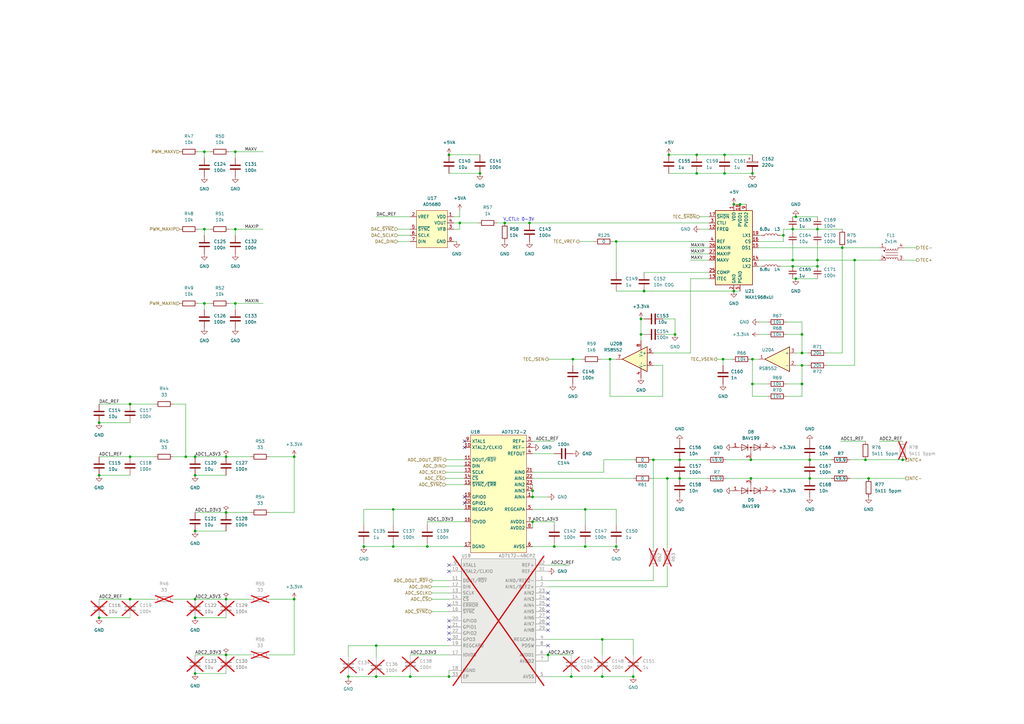
<source format=kicad_sch>
(kicad_sch (version 20230121) (generator eeschema)
  (paper "A3")
  (title_block (title "thermostat") (date "2023-11-09") (rev "r0_3") (company "M-Labs Limited") (comment 1 "Linus Woo Chun Kit"))
  (junction (at 300.99 119.38))
  (junction (at 267.97 188.595))
  (junction (at 252.73 99.06))
  (junction (at 350.52 106.68))
  (junction (at 297.18 63.5))
  (junction (at 274.32 63.5))
  (junction (at 300.99 83.82))
  (junction (at 188.595 91.44))
  (junction (at 252.73 224.155))
  (junction (at 96.52 62.23))
  (junction (at 53.34 245.745))
  (junction (at 161.29 208.915))
  (junction (at 92.71 268.605))
  (junction (at 325.12 106.68))
  (junction (at 234.95 147.32))
  (junction (at 83.82 62.23))
  (junction (at 40.64 173.355))
  (junction (at 80.01 217.805))
  (junction (at 120.65 187.325))
  (junction (at 40.64 253.365))
  (junction (at 120.65 245.745))
  (junction (at 218.44 213.995))
  (junction (at 154.305 277.495))
  (junction (at 328.93 149.86))
  (junction (at 354.965 188.595))
  (junction (at 296.545 147.32))
  (junction (at 218.44 203.835))
  (junction (at 184.15 277.495))
  (junction (at 161.29 224.155))
  (junction (at 234.315 277.495))
  (junction (at 308.61 71.12))
  (junction (at 247.015 262.255))
  (junction (at 92.71 210.185))
  (junction (at 325.12 93.98))
  (junction (at 80.01 276.225))
  (junction (at 217.17 91.44))
  (junction (at 262.89 137.16))
  (junction (at 285.75 71.12))
  (junction (at 308.61 157.48))
  (junction (at 259.715 277.495))
  (junction (at 326.39 114.3))
  (junction (at 250.19 147.32))
  (junction (at 92.71 245.745))
  (junction (at 83.82 93.98))
  (junction (at 80.01 187.325))
  (junction (at 83.82 124.46))
  (junction (at 175.26 224.155))
  (junction (at 278.765 188.595))
  (junction (at 80.01 194.945))
  (junction (at 321.31 96.52))
  (junction (at 92.71 187.325))
  (junction (at 53.34 187.325))
  (junction (at 218.44 201.295))
  (junction (at 168.275 277.495))
  (junction (at 80.01 253.365))
  (junction (at 184.15 63.5))
  (junction (at 240.03 224.155))
  (junction (at 335.28 109.22))
  (junction (at 345.44 101.6))
  (junction (at 273.685 196.215))
  (junction (at 278.765 196.215))
  (junction (at 328.93 137.16))
  (junction (at 96.52 93.98))
  (junction (at 227.33 224.155))
  (junction (at 154.305 264.795))
  (junction (at 207.01 91.44))
  (junction (at 96.52 124.46))
  (junction (at 303.53 83.82))
  (junction (at 40.64 194.945))
  (junction (at 332.105 188.595))
  (junction (at 328.93 157.48))
  (junction (at 307.975 188.595))
  (junction (at 325.12 109.22))
  (junction (at 196.85 71.12))
  (junction (at 356.235 196.215))
  (junction (at 262.89 130.81))
  (junction (at 240.03 208.915))
  (junction (at 307.975 196.215))
  (junction (at 328.93 144.78))
  (junction (at 370.205 188.595))
  (junction (at 149.225 224.155))
  (junction (at 264.16 119.38))
  (junction (at 76.2 187.325))
  (junction (at 80.01 245.745))
  (junction (at 335.28 93.98))
  (junction (at 276.86 137.16))
  (junction (at 142.875 277.495))
  (junction (at 308.61 147.32))
  (junction (at 285.75 63.5))
  (junction (at 297.18 71.12))
  (junction (at 335.28 106.68))
  (junction (at 332.105 196.215))
  (junction (at 224.79 268.605))
  (junction (at 53.34 165.735))
  (junction (at 326.39 88.9))
  (junction (at 247.015 277.495))
  (no_connect (at 190.5 180.975))
  (no_connect (at 184.15 248.285))
  (no_connect (at 190.5 183.515))
  (no_connect (at 190.5 203.835))
  (no_connect (at 190.5 206.375))
  (no_connect (at 224.79 243.205))
  (no_connect (at 224.79 250.825))
  (no_connect (at 184.15 234.315))
  (no_connect (at 184.15 231.775))
  (no_connect (at 224.79 264.795))
  (no_connect (at 184.15 262.255))
  (no_connect (at 224.79 255.905))
  (no_connect (at 184.15 257.175))
  (no_connect (at 184.15 259.715))
  (no_connect (at 224.79 248.285))
  (no_connect (at 224.79 253.365))
  (no_connect (at 184.15 254.635))
  (no_connect (at 224.79 258.445))
  (no_connect (at 224.79 245.745))
  (wire (pts (xy 320.04 96.52) (xy 321.31 96.52)))
  (wire (pts (xy 80.01 276.225) (xy 92.71 276.225)))
  (wire (pts (xy 274.32 63.5) (xy 285.75 63.5)))
  (wire (pts (xy 328.93 144.78) (xy 331.47 144.78)))
  (wire (pts (xy 218.44 201.295) (xy 218.44 203.835)))
  (wire (pts (xy 218.44 213.995) (xy 227.33 213.995)))
  (wire (pts (xy 224.79 147.32) (xy 234.95 147.32)))
  (wire (pts (xy 207.01 91.44) (xy 217.17 91.44)))
  (wire (pts (xy 40.64 245.745) (xy 53.34 245.745)))
  (wire (pts (xy 308.61 147.32) (xy 311.15 147.32)))
  (wire (pts (xy 40.64 194.945) (xy 53.34 194.945)))
  (wire (pts (xy 252.73 111.76) (xy 252.73 99.06)))
  (wire (pts (xy 142.875 277.495) (xy 142.875 278.13)))
  (wire (pts (xy 182.88 198.755) (xy 190.5 198.755)))
  (wire (pts (xy 40.64 165.735) (xy 53.34 165.735)))
  (wire (pts (xy 328.93 149.86) (xy 331.47 149.86)))
  (wire (pts (xy 92.71 268.605) (xy 102.87 268.605)))
  (wire (pts (xy 182.88 191.135) (xy 190.5 191.135)))
  (wire (pts (xy 175.26 213.995) (xy 190.5 213.995)))
  (wire (pts (xy 252.73 119.38) (xy 264.16 119.38)))
  (wire (pts (xy 224.79 268.605) (xy 224.79 271.145)))
  (wire (pts (xy 53.34 245.745) (xy 63.5 245.745)))
  (wire (pts (xy 252.73 208.915) (xy 252.73 215.265)))
  (wire (pts (xy 278.765 196.215) (xy 290.195 196.215)))
  (wire (pts (xy 149.225 215.265) (xy 149.225 208.915)))
  (wire (pts (xy 110.49 187.325) (xy 120.65 187.325)))
  (wire (pts (xy 92.71 210.185) (xy 102.87 210.185)))
  (wire (pts (xy 311.15 132.08) (xy 314.96 132.08)))
  (wire (pts (xy 278.765 188.595) (xy 290.195 188.595)))
  (wire (pts (xy 186.055 93.98) (xy 188.595 93.98)))
  (wire (pts (xy 325.12 106.68) (xy 335.28 106.68)))
  (wire (pts (xy 297.18 63.5) (xy 308.61 63.5)))
  (wire (pts (xy 250.19 147.32) (xy 252.73 147.32)))
  (wire (pts (xy 285.75 71.12) (xy 297.18 71.12)))
  (wire (pts (xy 296.545 147.32) (xy 300.355 147.32)))
  (wire (pts (xy 332.105 188.595) (xy 340.995 188.595)))
  (wire (pts (xy 264.16 119.38) (xy 300.99 119.38)))
  (wire (pts (xy 163.195 99.06) (xy 168.275 99.06)))
  (wire (pts (xy 322.58 157.48) (xy 328.93 157.48)))
  (wire (pts (xy 177.165 245.745) (xy 184.15 245.745)))
  (wire (pts (xy 80.01 253.365) (xy 92.71 253.365)))
  (wire (pts (xy 71.12 245.745) (xy 80.01 245.745)))
  (wire (pts (xy 227.33 213.995) (xy 227.33 215.265)))
  (wire (pts (xy 83.82 93.98) (xy 86.36 93.98)))
  (wire (pts (xy 339.09 144.78) (xy 345.44 144.78)))
  (wire (pts (xy 271.78 162.56) (xy 271.78 149.86)))
  (wire (pts (xy 184.15 63.5) (xy 196.85 63.5)))
  (wire (pts (xy 218.44 208.915) (xy 240.03 208.915)))
  (wire (pts (xy 218.44 213.995) (xy 218.44 216.535)))
  (wire (pts (xy 149.225 208.915) (xy 161.29 208.915)))
  (wire (pts (xy 149.225 224.155) (xy 161.29 224.155)))
  (wire (pts (xy 247.015 277.495) (xy 259.715 277.495)))
  (wire (pts (xy 321.31 93.98) (xy 325.12 93.98)))
  (wire (pts (xy 350.52 106.68) (xy 350.52 149.86)))
  (wire (pts (xy 186.055 99.06) (xy 187.325 99.06)))
  (wire (pts (xy 142.875 277.495) (xy 154.305 277.495)))
  (wire (pts (xy 96.52 124.46) (xy 96.52 127)))
  (wire (pts (xy 154.305 264.795) (xy 154.305 269.875)))
  (wire (pts (xy 325.12 109.22) (xy 335.28 109.22)))
  (wire (pts (xy 287.02 88.9) (xy 290.83 88.9)))
  (wire (pts (xy 283.21 101.6) (xy 290.83 101.6)))
  (wire (pts (xy 163.195 96.52) (xy 168.275 96.52)))
  (wire (pts (xy 271.78 149.86) (xy 267.97 149.86)))
  (wire (pts (xy 182.88 188.595) (xy 190.5 188.595)))
  (wire (pts (xy 262.89 137.16) (xy 262.89 139.7)))
  (wire (pts (xy 345.44 101.6) (xy 345.44 144.78)))
  (wire (pts (xy 326.39 144.78) (xy 328.93 144.78)))
  (wire (pts (xy 283.21 144.78) (xy 267.97 144.78)))
  (wire (pts (xy 247.65 193.675) (xy 247.65 188.595)))
  (wire (pts (xy 184.15 71.12) (xy 196.85 71.12)))
  (wire (pts (xy 311.15 101.6) (xy 345.44 101.6)))
  (wire (pts (xy 234.95 149.86) (xy 234.95 147.32)))
  (wire (pts (xy 96.52 124.46) (xy 107.95 124.46)))
  (wire (pts (xy 240.03 208.915) (xy 252.73 208.915)))
  (wire (pts (xy 234.315 276.225) (xy 234.315 277.495)))
  (wire (pts (xy 267.97 232.41) (xy 267.97 238.125)))
  (wire (pts (xy 335.28 106.68) (xy 350.52 106.68)))
  (wire (pts (xy 182.88 193.675) (xy 190.5 193.675)))
  (wire (pts (xy 325.12 95.25) (xy 325.12 93.98)))
  (wire (pts (xy 154.305 264.795) (xy 184.15 264.795)))
  (wire (pts (xy 348.615 196.215) (xy 356.235 196.215)))
  (wire (pts (xy 120.65 268.605) (xy 120.65 245.745)))
  (wire (pts (xy 186.055 88.9) (xy 188.595 88.9)))
  (wire (pts (xy 335.28 100.33) (xy 335.28 106.68)))
  (wire (pts (xy 224.79 277.495) (xy 234.315 277.495)))
  (wire (pts (xy 93.98 93.98) (xy 96.52 93.98)))
  (wire (pts (xy 264.16 130.81) (xy 262.89 130.81)))
  (wire (pts (xy 325.12 88.9) (xy 326.39 88.9)))
  (wire (pts (xy 250.19 162.56) (xy 271.78 162.56)))
  (wire (pts (xy 322.58 132.08) (xy 328.93 132.08)))
  (wire (pts (xy 273.685 232.41) (xy 273.685 240.665)))
  (wire (pts (xy 83.82 62.23) (xy 83.82 64.77)))
  (wire (pts (xy 161.29 222.885) (xy 161.29 224.155)))
  (wire (pts (xy 80.01 217.805) (xy 92.71 217.805)))
  (wire (pts (xy 307.975 196.215) (xy 332.105 196.215)))
  (wire (pts (xy 264.16 111.76) (xy 290.83 111.76)))
  (wire (pts (xy 247.015 262.255) (xy 259.715 262.255)))
  (wire (pts (xy 154.305 88.9) (xy 168.275 88.9)))
  (wire (pts (xy 246.38 147.32) (xy 250.19 147.32)))
  (wire (pts (xy 247.015 276.225) (xy 247.015 277.495)))
  (wire (pts (xy 267.97 188.595) (xy 267.97 224.79)))
  (wire (pts (xy 53.34 187.325) (xy 63.5 187.325)))
  (wire (pts (xy 240.03 222.885) (xy 240.03 224.155)))
  (wire (pts (xy 110.49 268.605) (xy 120.65 268.605)))
  (wire (pts (xy 177.165 240.665) (xy 184.15 240.665)))
  (wire (pts (xy 370.84 101.6) (xy 375.92 101.6)))
  (wire (pts (xy 188.595 88.9) (xy 188.595 86.36)))
  (wire (pts (xy 311.15 106.68) (xy 325.12 106.68)))
  (wire (pts (xy 325.12 100.33) (xy 325.12 106.68)))
  (wire (pts (xy 234.95 147.32) (xy 238.76 147.32)))
  (wire (pts (xy 40.64 187.325) (xy 53.34 187.325)))
  (wire (pts (xy 177.165 250.825) (xy 184.15 250.825)))
  (wire (pts (xy 247.65 188.595) (xy 259.715 188.595)))
  (wire (pts (xy 83.82 124.46) (xy 83.82 127)))
  (wire (pts (xy 328.93 137.16) (xy 328.93 144.78)))
  (wire (pts (xy 175.26 224.155) (xy 190.5 224.155)))
  (wire (pts (xy 168.275 268.605) (xy 184.15 268.605)))
  (wire (pts (xy 177.165 243.205) (xy 184.15 243.205)))
  (wire (pts (xy 92.71 187.325) (xy 102.87 187.325)))
  (wire (pts (xy 218.44 186.055) (xy 227.33 186.055)))
  (wire (pts (xy 110.49 245.745) (xy 120.65 245.745)))
  (wire (pts (xy 247.015 262.255) (xy 247.015 268.605)))
  (wire (pts (xy 92.71 245.745) (xy 102.87 245.745)))
  (wire (pts (xy 360.68 180.975) (xy 370.205 180.975)))
  (wire (pts (xy 311.15 99.06) (xy 321.31 99.06)))
  (wire (pts (xy 267.97 188.595) (xy 278.765 188.595)))
  (wire (pts (xy 297.815 196.215) (xy 307.975 196.215)))
  (wire (pts (xy 142.875 264.795) (xy 142.875 269.24)))
  (wire (pts (xy 80.01 268.605) (xy 92.71 268.605)))
  (wire (pts (xy 96.52 93.98) (xy 96.52 96.52)))
  (wire (pts (xy 311.15 137.16) (xy 314.96 137.16)))
  (wire (pts (xy 326.39 149.86) (xy 328.93 149.86)))
  (wire (pts (xy 308.61 157.48) (xy 308.61 162.56)))
  (wire (pts (xy 53.34 165.735) (xy 63.5 165.735)))
  (wire (pts (xy 370.205 188.595) (xy 371.475 188.595)))
  (wire (pts (xy 71.12 165.735) (xy 76.2 165.735)))
  (wire (pts (xy 326.39 114.3) (xy 335.28 114.3)))
  (wire (pts (xy 325.12 114.3) (xy 326.39 114.3)))
  (wire (pts (xy 76.2 165.735) (xy 76.2 187.325)))
  (wire (pts (xy 218.44 203.835) (xy 224.79 203.835)))
  (wire (pts (xy 273.685 240.665) (xy 224.79 240.665)))
  (wire (pts (xy 154.305 277.495) (xy 168.275 277.495)))
  (wire (pts (xy 247.65 193.675) (xy 218.44 193.675)))
  (wire (pts (xy 252.73 222.885) (xy 252.73 224.155)))
  (wire (pts (xy 186.055 91.44) (xy 188.595 91.44)))
  (wire (pts (xy 328.93 162.56) (xy 328.93 157.48)))
  (wire (pts (xy 110.49 210.185) (xy 120.65 210.185)))
  (wire (pts (xy 83.82 93.98) (xy 83.82 96.52)))
  (wire (pts (xy 93.98 62.23) (xy 96.52 62.23)))
  (wire (pts (xy 217.17 91.44) (xy 290.83 91.44)))
  (wire (pts (xy 287.02 93.98) (xy 290.83 93.98)))
  (wire (pts (xy 322.58 137.16) (xy 328.93 137.16)))
  (wire (pts (xy 80.01 194.945) (xy 92.71 194.945)))
  (wire (pts (xy 177.165 238.125) (xy 184.15 238.125)))
  (wire (pts (xy 184.15 274.955) (xy 184.15 277.495)))
  (wire (pts (xy 276.86 130.81) (xy 276.86 137.16)))
  (wire (pts (xy 188.595 93.98) (xy 188.595 91.44)))
  (wire (pts (xy 218.44 180.975) (xy 227.33 180.975)))
  (wire (pts (xy 322.58 162.56) (xy 328.93 162.56)))
  (wire (pts (xy 328.93 132.08) (xy 328.93 137.16)))
  (wire (pts (xy 40.64 173.355) (xy 53.34 173.355)))
  (wire (pts (xy 163.195 93.98) (xy 168.275 93.98)))
  (wire (pts (xy 81.28 93.98) (xy 83.82 93.98)))
  (wire (pts (xy 80.01 187.325) (xy 92.71 187.325)))
  (wire (pts (xy 273.685 196.215) (xy 273.685 224.79)))
  (wire (pts (xy 273.685 196.215) (xy 278.765 196.215)))
  (wire (pts (xy 335.28 95.25) (xy 335.28 93.98)))
  (wire (pts (xy 96.52 62.23) (xy 107.95 62.23)))
  (wire (pts (xy 321.31 99.06) (xy 321.31 96.52)))
  (wire (pts (xy 175.26 222.885) (xy 175.26 224.155)))
  (wire (pts (xy 218.44 198.755) (xy 218.44 201.295)))
  (wire (pts (xy 76.2 187.325) (xy 80.01 187.325)))
  (wire (pts (xy 344.805 180.975) (xy 354.965 180.975)))
  (wire (pts (xy 120.65 210.185) (xy 120.65 187.325)))
  (wire (pts (xy 224.79 268.605) (xy 234.315 268.605)))
  (wire (pts (xy 224.79 262.255) (xy 247.015 262.255)))
  (wire (pts (xy 218.44 196.215) (xy 259.715 196.215)))
  (wire (pts (xy 271.78 137.16) (xy 276.86 137.16)))
  (wire (pts (xy 311.15 96.52) (xy 312.42 96.52)))
  (wire (pts (xy 283.21 114.3) (xy 290.83 114.3)))
  (wire (pts (xy 348.615 188.595) (xy 354.965 188.595)))
  (wire (pts (xy 96.52 93.98) (xy 107.95 93.98)))
  (wire (pts (xy 81.28 62.23) (xy 83.82 62.23)))
  (wire (pts (xy 240.03 208.915) (xy 240.03 215.265)))
  (wire (pts (xy 264.16 137.16) (xy 262.89 137.16)))
  (wire (pts (xy 321.31 96.52) (xy 321.31 93.98)))
  (wire (pts (xy 335.28 106.68) (xy 335.28 109.22)))
  (wire (pts (xy 203.835 91.44) (xy 207.01 91.44)))
  (wire (pts (xy 251.46 99.06) (xy 252.73 99.06)))
  (wire (pts (xy 332.105 196.215) (xy 340.995 196.215)))
  (wire (pts (xy 335.28 93.98) (xy 345.44 93.98)))
  (wire (pts (xy 274.32 71.12) (xy 285.75 71.12)))
  (wire (pts (xy 267.335 188.595) (xy 267.97 188.595)))
  (wire (pts (xy 262.89 130.81) (xy 262.89 137.16)))
  (wire (pts (xy 168.275 277.495) (xy 184.15 277.495)))
  (wire (pts (xy 250.19 147.32) (xy 250.19 162.56)))
  (wire (pts (xy 356.235 196.215) (xy 371.475 196.215)))
  (wire (pts (xy 285.75 63.5) (xy 297.18 63.5)))
  (wire (pts (xy 182.88 196.215) (xy 190.5 196.215)))
  (wire (pts (xy 307.975 188.595) (xy 332.105 188.595)))
  (wire (pts (xy 168.275 277.495) (xy 168.275 276.225)))
  (wire (pts (xy 81.28 124.46) (xy 83.82 124.46)))
  (wire (pts (xy 300.99 83.82) (xy 303.53 83.82)))
  (wire (pts (xy 83.82 124.46) (xy 86.36 124.46)))
  (wire (pts (xy 350.52 106.68) (xy 360.68 106.68)))
  (wire (pts (xy 297.815 188.595) (xy 307.975 188.595)))
  (wire (pts (xy 283.21 114.3) (xy 283.21 144.78)))
  (wire (pts (xy 80.01 210.185) (xy 92.71 210.185)))
  (wire (pts (xy 294.005 147.32) (xy 296.545 147.32)))
  (wire (pts (xy 96.52 62.23) (xy 96.52 64.77)))
  (wire (pts (xy 345.44 101.6) (xy 360.68 101.6)))
  (wire (pts (xy 370.84 106.68) (xy 375.92 106.68)))
  (wire (pts (xy 252.73 99.06) (xy 290.83 99.06)))
  (wire (pts (xy 328.93 157.48) (xy 328.93 149.86)))
  (wire (pts (xy 314.96 157.48) (xy 308.61 157.48)))
  (wire (pts (xy 93.98 124.46) (xy 96.52 124.46)))
  (wire (pts (xy 259.715 276.225) (xy 259.715 277.495)))
  (wire (pts (xy 267.97 238.125) (xy 224.79 238.125)))
  (wire (pts (xy 227.33 222.885) (xy 227.33 224.155)))
  (wire (pts (xy 80.01 245.745) (xy 92.71 245.745)))
  (wire (pts (xy 218.44 224.155) (xy 227.33 224.155)))
  (wire (pts (xy 300.99 119.38) (xy 303.53 119.38)))
  (wire (pts (xy 307.975 147.32) (xy 308.61 147.32)))
  (wire (pts (xy 71.12 187.325) (xy 76.2 187.325)))
  (wire (pts (xy 296.545 149.86) (xy 296.545 147.32)))
  (wire (pts (xy 161.29 224.155) (xy 175.26 224.155)))
  (wire (pts (xy 308.61 157.48) (xy 308.61 147.32)))
  (wire (pts (xy 303.53 83.82) (xy 306.07 83.82)))
  (wire (pts (xy 271.78 130.81) (xy 276.86 130.81)))
  (wire (pts (xy 224.79 231.775) (xy 233.68 231.775)))
  (wire (pts (xy 188.595 91.44) (xy 196.215 91.44)))
  (wire (pts (xy 308.61 162.56) (xy 314.96 162.56)))
  (wire (pts (xy 83.82 62.23) (xy 86.36 62.23)))
  (wire (pts (xy 354.965 188.595) (xy 370.205 188.595)))
  (wire (pts (xy 161.29 208.915) (xy 161.29 215.265)))
  (wire (pts (xy 326.39 88.9) (xy 335.28 88.9)))
  (wire (pts (xy 234.315 277.495) (xy 247.015 277.495)))
  (wire (pts (xy 40.64 253.365) (xy 53.34 253.365)))
  (wire (pts (xy 311.15 109.22) (xy 312.42 109.22)))
  (wire (pts (xy 227.33 224.155) (xy 240.03 224.155)))
  (wire (pts (xy 320.04 109.22) (xy 325.12 109.22)))
  (wire (pts (xy 339.09 149.86) (xy 350.52 149.86)))
  (wire (pts (xy 237.49 99.06) (xy 243.84 99.06)))
  (wire (pts (xy 297.18 71.12) (xy 308.61 71.12)))
  (wire (pts (xy 267.335 196.215) (xy 273.685 196.215)))
  (wire (pts (xy 161.29 208.915) (xy 190.5 208.915)))
  (wire (pts (xy 283.21 104.14) (xy 290.83 104.14)))
  (wire (pts (xy 283.21 106.68) (xy 290.83 106.68)))
  (wire (pts (xy 240.03 224.155) (xy 252.73 224.155)))
  (wire (pts (xy 142.875 276.86) (xy 142.875 277.495)))
  (wire (pts (xy 149.225 222.885) (xy 149.225 224.155)))
  (wire (pts (xy 154.305 264.795) (xy 142.875 264.795)))
  (wire (pts (xy 259.715 262.255) (xy 259.715 268.605)))
  (wire (pts (xy 325.12 93.98) (xy 335.28 93.98)))
  (wire (pts (xy 175.26 213.995) (xy 175.26 215.265)))
  (text "V_CTLI: 0-3V" (at 206.375 90.805 0) (effects (font (size 1.27 1.27)) (justify left bottom)))
  (label "DAC_REF" (at 154.305 88.9 0))
  (label "ADC1_D3V3" (at 175.26 213.995 0))
  (label "MAXV" (at 100.33 62.23 0))
  (label "MAXIN" (at 100.33 124.46 0))
  (label "ADC2_D3V3" (at 80.01 268.605 0))
  (label "ADC2_REF" (at 40.64 245.745 0))
  (label "ADC1_REF" (at 40.64 187.325 0))
  (label "ADC2_A3V3" (at 80.01 245.745 0))
  (label "MAXIN" (at 283.21 101.6 0))
  (label "ADC1_A3V3" (at 80.01 187.325 0))
  (label "MAXV" (at 283.21 106.68 0))
  (label "DAC_REF" (at 40.64 165.735 0))
  (label "MAXIP" (at 100.33 93.98 0))
  (label "ADC1_REF" (at 344.805 180.975 0))
  (label "ADC1_D3V3" (at 80.01 210.185 0))
  (label "ADC1_REF" (at 219.71 180.975 0))
  (label "ADC1_A3V3" (at 218.44 213.995 0))
  (label "ADC2_A3V3" (at 224.79 268.605 0))
  (label "MAXIP" (at 283.21 104.14 0))
  (label "ADC2_REF" (at 360.68 180.975 0))
  (label "ADC2_D3V3" (at 168.275 268.605 0))
  (label "ADC2_REF" (at 226.06 231.775 0))
  (hierarchical_label "ADC_DOUT_~{RDY}" (shape output) (at 182.88 188.595 180))
  (hierarchical_label "TEC+" (shape output) (at 375.92 106.68 0))
  (hierarchical_label "PWM_MAXIP" (shape input) (at 73.66 93.98 180))
  (hierarchical_label "DAC_DIN" (shape input) (at 163.195 99.06 180))
  (hierarchical_label "TEC_VREF" (shape output) (at 237.49 99.06 180))
  (hierarchical_label "PWM_MAXIN" (shape input) (at 73.66 124.46 180))
  (hierarchical_label "ADC_~{SYNC}" (shape input) (at 177.165 250.825 180))
  (hierarchical_label "TEC_~{SHDN}" (shape input) (at 287.02 88.9 180))
  (hierarchical_label "DAC_SCLK" (shape input) (at 163.195 96.52 180))
  (hierarchical_label "ADC_~{CS}" (shape input) (at 177.165 245.745 180))
  (hierarchical_label "TEC_ISEN" (shape output) (at 224.79 147.32 180))
  (hierarchical_label "ADC_~{CS}" (shape input) (at 182.88 196.215 180))
  (hierarchical_label "NTC-" (shape passive) (at 371.475 196.215 0))
  (hierarchical_label "ADC_DIN" (shape input) (at 182.88 191.135 180))
  (hierarchical_label "NTC+" (shape passive) (at 371.475 188.595 0))
  (hierarchical_label "TEC-" (shape output) (at 375.92 101.6 0))
  (hierarchical_label "PWM_MAXV" (shape input) (at 73.66 62.23 180))
  (hierarchical_label "ADC_SCLK" (shape input) (at 182.88 193.675 180))
  (hierarchical_label "ADC_DIN" (shape input) (at 177.165 240.665 180))
  (hierarchical_label "TEC_VSEN" (shape output) (at 294.005 147.32 180))
  (hierarchical_label "ADC_~{SYNC}" (shape input) (at 182.88 198.755 180))
  (hierarchical_label "ADC_DOUT_~{RDY}" (shape output) (at 177.165 238.125 180))
  (hierarchical_label "DAC_~{SYNC}" (shape input) (at 163.195 93.98 180))
  (hierarchical_label "ADC_SCLK" (shape input) (at 177.165 243.205 180))
  (symbol (lib_id "power:GND") (at 80.01 276.225 0) (unit 1)
    (property "Reference" "#PWR0105" (effects hide))
    (property "Value" "GND" (at 80.01 281.305 0))
  )
  (symbol (lib_id "power:GND") (at 80.01 194.945 0) (unit 1)
    (property "Reference" "#PWR0102" (effects hide))
    (property "Value" "GND" (at 80.01 200.025 0))
  )
  (symbol (lib_id "Device:R") (at 273.685 228.6 180) (unit 1) (dnp yes)
    (property "Reference" "R63" (at 276.225 228.6 90))
    (property "Value" "0" (at 273.685 228.6 90))
    (property "Footprint" "Resistor_SMD:R_0603_1608Metric" (effects hide))
    (property "MFR_PN" "RMCF0603ZT0R00" (effects hide))
    (property "MFR_PN_ALT" "CR0603-J/-000ELF" (effects hide))
  )
  (symbol (lib_id "Device:C") (at 240.03 219.075 0) (unit 1)
    (property "Reference" "C147" (at 243.84 217.8049 0) (effects (justify left)))
    (property "Value" "100n" (at 243.84 220.3449 0) (effects (justify left)))
    (property "Footprint" "Capacitor_SMD:C_0603_1608Metric" (effects hide))
    (property "MFR_PN" "CL10B104KB8NNWC" (effects hide))
    (property "MFR_PN_ALT" "CL10B104KB8NNNL" (effects hide))
  )
  (symbol (lib_id "Device:C") (at 175.26 219.075 0) (unit 1)
    (property "Reference" "C139" (at 179.07 217.8049 0) (effects (justify left)))
    (property "Value" "100n" (at 179.07 220.3449 0) (effects (justify left)))
    (property "Footprint" "Capacitor_SMD:C_0603_1608Metric" (effects hide))
    (property "MFR_PN" "CL10B104KB8NNWC" (effects hide))
    (property "MFR_PN_ALT" "CL10B104KB8NNNL" (effects hide))
  )
  (symbol (lib_id "kirdy:AD5680") (at 177.165 101.6 0) (unit 1)
    (property "Reference" "U17" (at 177.165 81.28 0))
    (property "Value" "AD5680" (at 177.165 83.82 0))
    (property "Footprint" "Package_TO_SOT_SMD:SOT-23-8" (effects hide))
    (property "Datasheet" "https://www.analog.com/media/en/technical-documentation/data-sheets/ad5680.pdf" (effects hide))
    (property "MFR_PN" "AD5680BRJZ" (effects hide))
  )
  (symbol (lib_id "Device:C") (at 53.34 249.555 0) (unit 1) (dnp yes)
    (property "Reference" "C119" (at 57.15 248.2849 0) (effects (justify left)))
    (property "Value" "100n" (at 57.15 250.8249 0) (effects (justify left)))
    (property "Footprint" "Capacitor_SMD:C_0603_1608Metric" (effects hide))
    (property "MFR_PN" "CL10B104KB8NNWC" (effects hide))
    (property "MFR_PN_ALT" "CL10B104KB8NNNL" (effects hide))
  )
  (symbol (lib_id "power:GND") (at 40.64 194.945 0) (unit 1)
    (property "Reference" "#PWR0100" (effects hide))
    (property "Value" "GND" (at 40.64 200.025 0))
  )
  (symbol (lib_id "power:GND") (at 187.325 99.06 0) (unit 1)
    (property "Reference" "#PWR0118" (effects hide))
    (property "Value" "GND" (at 187.325 104.14 0))
  )
  (symbol (lib_id "Device:C") (at 80.01 213.995 0) (unit 1)
    (property "Reference" "C121" (at 83.82 212.7249 0) (effects (justify left)))
    (property "Value" "10u" (at 83.82 215.2649 0) (effects (justify left)))
    (property "Footprint" "Capacitor_SMD:C_0805_2012Metric" (effects hide))
    (property "MFR_PN" "CL21B106KOQNNNG" (effects hide))
    (property "MFR_PN_ALT" "CL21B106KOQNNNE" (effects hide))
  )
  (symbol (lib_id "Device:R") (at 345.44 97.79 180) (unit 1)
    (property "Reference" "R75" (at 349.25 96.52 0))
    (property "Value" "50m" (at 349.25 99.06 0))
    (property "Footprint" "Resistor_SMD:R_2010_5025Metric" (effects hide))
    (property "MFR_PN" "CRM2010-FX-R050ELF" (effects hide))
    (property "MFR_PN_ALT" "WSL2010R0500FEA18" (effects hide))
  )
  (symbol (lib_id "Device:C") (at 154.305 273.685 0) (unit 1) (dnp yes)
    (property "Reference" "C136" (at 158.115 272.4149 0) (effects (justify left)))
    (property "Value" "100n" (at 158.115 274.9549 0) (effects (justify left)))
    (property "Footprint" "Capacitor_SMD:C_0603_1608Metric" (effects hide))
    (property "MFR_PN" "CL10B104KB8NNWC" (effects hide))
    (property "MFR_PN_ALT" "CL10B104KB8NNNL" (effects hide))
  )
  (symbol (lib_id "Device:C") (at 252.73 219.075 0) (unit 1)
    (property "Reference" "C150" (at 256.54 217.8049 0) (effects (justify left)))
    (property "Value" "1u" (at 256.54 220.3449 0) (effects (justify left)))
    (property "Footprint" "Capacitor_SMD:C_0603_1608Metric" (effects hide))
    (property "MFR_PN" "CL10B105KA8NNNC" (effects hide))
    (property "MFR_PN_ALT" "CGA3E1X7R1E105K080AC" (effects hide))
  )
  (symbol (lib_id "power:+3.3VA") (at 120.65 187.325 0) (unit 1)
    (property "Reference" "#PWR0112" (effects hide))
    (property "Value" "+3.3VA" (at 120.65 182.245 0))
  )
  (symbol (lib_id "power:+5V") (at 274.32 63.5 0) (unit 1)
    (property "Reference" "#PWR0131" (effects hide))
    (property "Value" "+5V" (at 274.32 58.42 0))
  )
  (symbol (lib_id "Device:R") (at 106.68 210.185 90) (unit 1)
    (property "Reference" "R54" (at 106.68 203.835 90))
    (property "Value" "33" (at 106.68 206.375 90))
    (property "Footprint" "Resistor_SMD:R_0603_1608Metric" (effects hide))
    (property "MFR_PN" "RC0603FR-0733RL" (effects hide))
    (property "MFR_PN_ALT" "CRGCQ0603F33R" (effects hide))
  )
  (symbol (lib_id "Device:Filter_EMI_LL_1423") (at 365.76 104.14 0) (mirror x) (unit 1)
    (property "Reference" "FL1" (at 365.379 96.52 0))
    (property "Value" "2x1m" (at 365.379 99.06 0))
    (property "Footprint" "Inductor_SMD:L_CommonModeChoke_Wuerth_WE-SL5" (effects hide))
    (property "MFR_PN" "744273501" (effects hide))
  )
  (symbol (lib_id "Device:R") (at 318.77 132.08 90) (unit 1)
    (property "Reference" "R67" (at 318.77 129.54 90))
    (property "Value" "10k" (at 318.77 132.08 90))
    (property "Footprint" "Resistor_SMD:R_0603_1608Metric" (effects hide))
    (property "MFR_PN" "RNCP0603FTD10K0" (effects hide))
    (property "MFR_PN_ALT" "RMCF0603FT10K0" (effects hide))
  )
  (symbol (lib_id "power:GND") (at 83.82 104.14 0) (unit 1)
    (property "Reference" "#PWR0107" (effects hide))
    (property "Value" "GND" (at 83.82 109.22 0))
  )
  (symbol (lib_id "Device:R") (at 90.17 62.23 90) (unit 1)
    (property "Reference" "R50" (at 90.17 55.88 90))
    (property "Value" "10k" (at 90.17 58.42 90))
    (property "Footprint" "Resistor_SMD:R_0603_1608Metric" (effects hide))
    (property "MFR_PN" "RNCP0603FTD10K0" (effects hide))
    (property "MFR_PN_ALT" "RMCF0603FT10K0" (effects hide))
  )
  (symbol (lib_id "Device:C") (at 296.545 153.67 0) (unit 1)
    (property "Reference" "C160" (at 299.72 152.4 0) (effects (justify left)))
    (property "Value" "1n" (at 299.72 154.94 0) (effects (justify left)))
    (property "Footprint" "Capacitor_SMD:C_0603_1608Metric" (effects hide))
    (property "MFR_PN" "0603N102G250CT" (effects hide))
  )
  (symbol (lib_id "Device:R") (at 294.005 188.595 270) (unit 1)
    (property "Reference" "R7" (at 294.005 186.055 90))
    (property "Value" "49.9" (at 294.005 188.595 90))
    (property "Footprint" "Resistor_SMD:R_0603_1608Metric" (effects hide))
    (property "MFR_PN" "RT0603DRE0749R9L" (effects hide))
    (instances (project "kirdy" (path "" (reference "R7") (unit 1)) (path "" (reference "R64") (unit 1))))
  )
  (symbol (lib_id "kirdy:RS8552") (at 260.35 147.32 0) (mirror y) (unit 3)
    (property "Reference" "U20" (effects hide))
    (property "Value" "RS8552" (effects hide))
    (property "Footprint" "Package_SO:SOIC-8_3.9x4.9mm_P1.27mm" (effects hide))
    (property "Datasheet" "https://datasheet.lcsc.com/lcsc/2010160333_Jiangsu-RUNIC-Tech-RS8554XP_C236997.pdf" (effects hide))
    (property "MFR_PN" "RS8552XK" (effects hide))
  )
  (symbol (lib_id "power:GND") (at 308.61 71.12 0) (unit 1)
    (property "Reference" "#PWR0141" (effects hide))
    (property "Value" "GND" (at 308.61 76.2 0))
  )
  (symbol (lib_id "Device:R") (at 294.005 196.215 270) (unit 1)
    (property "Reference" "R7" (at 294.005 193.675 90))
    (property "Value" "49.9" (at 294.005 196.215 90))
    (property "Footprint" "Resistor_SMD:R_0603_1608Metric" (effects hide))
    (property "MFR_PN" "RT0603DRE0749R9L" (effects hide))
    (instances (project "kirdy" (path "" (reference "R7") (unit 1)) (path "" (reference "R65") (unit 1))))
  )
  (symbol (lib_id "Device:R") (at 106.68 245.745 90) (unit 1) (dnp yes)
    (property "Reference" "R55" (at 106.68 239.395 90))
    (property "Value" "33" (at 106.68 241.935 90))
    (property "Footprint" "Resistor_SMD:R_0603_1608Metric" (effects hide))
    (property "MFR_PN" "RC0603FR-0733RL" (effects hide))
    (property "MFR_PN_ALT" "CRGCQ0603F33R" (effects hide))
  )
  (symbol (lib_id "power:GND") (at 311.15 132.08 270) (unit 1)
    (property "Reference" "#PWR0142" (effects hide))
    (property "Value" "GND" (at 307.34 132.0799 90) (effects (justify right)))
  )
  (symbol (lib_id "kirdy:AD7172-2") (at 204.47 205.105 0) (mirror y) (unit 1)
    (property "Reference" "U18" (at 194.945 177.165 0))
    (property "Value" "AD7172-2" (at 210.82 177.165 0))
    (property "Footprint" "Package_SO:TSSOP-24_4.4x7.8mm_P0.65mm" (effects hide))
    (property "Datasheet" "https://www.analog.com/media/en/technical-documentation/data-sheets/ad7172-2.pdf" (effects hide))
    (property "MFR_PN" "AD7172-2BRUZ" (effects hide))
  )
  (symbol (lib_id "Device:C") (at 92.71 272.415 0) (unit 1) (dnp yes)
    (property "Reference" "C130" (at 96.52 271.1449 0) (effects (justify left)))
    (property "Value" "100n" (at 96.52 273.6849 0) (effects (justify left)))
    (property "Footprint" "Capacitor_SMD:C_0603_1608Metric" (effects hide))
    (property "MFR_PN" "CL10B104KB8NNWC" (effects hide))
    (property "MFR_PN_ALT" "CL10B104KB8NNNL" (effects hide))
  )
  (symbol (lib_id "Device:C") (at 92.71 191.135 0) (unit 1)
    (property "Reference" "C127" (at 96.52 189.8649 0) (effects (justify left)))
    (property "Value" "100n" (at 96.52 192.4049 0) (effects (justify left)))
    (property "Footprint" "Capacitor_SMD:C_0603_1608Metric" (effects hide))
    (property "MFR_PN" "CL10B104KB8NNWC" (effects hide))
    (property "MFR_PN_ALT" "CL10B104KB8NNNL" (effects hide))
  )
  (symbol (lib_id "power:GND") (at 83.82 134.62 0) (unit 1)
    (property "Reference" "#PWR0108" (effects hide))
    (property "Value" "GND" (at 83.82 139.7 0))
  )
  (symbol (lib_id "Device:L") (at 316.23 109.22 90) (unit 1)
    (property "Reference" "L4" (at 318.77 110.49 90))
    (property "Value" "6.8u" (at 313.69 110.49 90))
    (property "Footprint" "Inductor_SMD:L_Wuerth_MAPI-4030" (effects hide))
    (property "MFR_PN" "74438357068" (effects hide))
  )
  (symbol (lib_id "power:GND") (at 234.95 186.055 90) (unit 1)
    (property "Reference" "#PWR0126" (effects hide))
    (property "Value" "GND" (at 238.76 186.0549 90) (effects (justify right)))
  )
  (symbol (lib_id "Device:R") (at 77.47 93.98 90) (unit 1)
    (property "Reference" "R48" (at 77.47 87.63 90))
    (property "Value" "10k" (at 77.47 90.17 90))
    (property "Footprint" "Resistor_SMD:R_0603_1608Metric" (effects hide))
    (property "MFR_PN" "RNCP0603FTD10K0" (effects hide))
    (property "MFR_PN_ALT" "RMCF0603FT10K0" (effects hide))
  )
  (symbol (lib_id "Device:C") (at 40.64 191.135 0) (unit 1)
    (property "Reference" "C115" (at 44.45 189.8649 0) (effects (justify left)))
    (property "Value" "10u" (at 44.45 192.4049 0) (effects (justify left)))
    (property "Footprint" "Capacitor_SMD:C_0805_2012Metric" (effects hide))
    (property "MFR_PN" "CL21B106KOQNNNG" (effects hide))
    (property "MFR_PN_ALT" "CL21B106KOQNNNE" (effects hide))
  )
  (symbol (lib_id "Device:C") (at 278.765 192.405 0) (unit 1)
    (property "Reference" "C157" (at 282.575 191.1349 0) (effects (justify left)))
    (property "Value" "100n" (at 282.575 193.6749 0) (effects (justify left)))
    (property "Footprint" "Capacitor_SMD:C_0603_1608Metric" (effects hide))
    (property "MFR_PN" "CL10B104KB8NNWC" (effects hide))
    (property "MFR_PN_ALT" "CL10B104KB8NNNL" (effects hide))
  )
  (symbol (lib_id "power:GND") (at 96.52 72.39 0) (unit 1)
    (property "Reference" "#PWR0109" (effects hide))
    (property "Value" "GND" (at 96.52 77.47 0))
  )
  (symbol (lib_id "Device:C") (at 297.18 67.31 0) (unit 1)
    (property "Reference" "C161" (at 300.99 66.0399 0) (effects (justify left)))
    (property "Value" "1u" (at 300.99 68.5799 0) (effects (justify left)))
    (property "Footprint" "Capacitor_SMD:C_0603_1608Metric" (effects hide))
    (property "MFR_PN" "CL10B105KA8NNNC" (effects hide))
    (property "MFR_PN_ALT" "CGA3E1X7R1E105K080AC" (effects hide))
  )
  (symbol (lib_id "Device:C") (at 285.75 67.31 0) (unit 1)
    (property "Reference" "C159" (at 289.56 66.0399 0) (effects (justify left)))
    (property "Value" "1u" (at 289.56 68.5799 0) (effects (justify left)))
    (property "Footprint" "Capacitor_SMD:C_0603_1608Metric" (effects hide))
    (property "MFR_PN" "CL10B105KA8NNNC" (effects hide))
    (property "MFR_PN_ALT" "CGA3E1X7R1E105K080AC" (effects hide))
  )
  (symbol (lib_id "Device:C") (at 40.64 169.545 0) (unit 1)
    (property "Reference" "C114" (at 44.45 168.2749 0) (effects (justify left)))
    (property "Value" "10u" (at 44.45 170.8149 0) (effects (justify left)))
    (property "Footprint" "Capacitor_SMD:C_0805_2012Metric" (effects hide))
    (property "MFR_PN" "CL21B106KOQNNNG" (effects hide))
    (property "MFR_PN_ALT" "CL21B106KOQNNNE" (effects hide))
  )
  (symbol (lib_id "Device:C") (at 267.97 137.16 90) (unit 1)
    (property "Reference" "C154" (at 271.78 135.89 90))
    (property "Value" "100n" (at 271.78 138.43 90))
    (property "Footprint" "Capacitor_SMD:C_0603_1608Metric" (effects hide))
    (property "MFR_PN" "CL10B104KB8NNWC" (effects hide))
    (property "MFR_PN_ALT" "CL10B104KB8NNNL" (effects hide))
  )
  (symbol (lib_id "Device:R") (at 67.31 245.745 90) (unit 1) (dnp yes)
    (property "Reference" "R46" (at 67.31 239.395 90))
    (property "Value" "33" (at 67.31 241.935 90))
    (property "Footprint" "Resistor_SMD:R_0603_1608Metric" (effects hide))
    (property "MFR_PN" "RC0603FR-0733RL" (effects hide))
    (property "MFR_PN_ALT" "CRGCQ0603F33R" (effects hide))
  )
  (symbol (lib_id "Device:C_Small") (at 325.12 97.79 0) (unit 1)
    (property "Reference" "C164" (at 327.66 96.5262 0) (effects (justify left)))
    (property "Value" "10u" (at 327.66 99.0662 0) (effects (justify left)))
    (property "Footprint" "Capacitor_SMD:C_0805_2012Metric" (effects hide))
    (property "MFR_PN" "CL21B106KOQNNNG" (effects hide))
    (property "MFR_PN_ALT" "CL21B106KOQNNNE" (effects hide))
  )
  (symbol (lib_id "power:GND") (at 224.79 203.835 90) (unit 1)
    (property "Reference" "#PWR0122" (effects hide))
    (property "Value" "GND" (at 228.6 203.8349 90) (effects (justify right)))
  )
  (symbol (lib_id "Device:C") (at 96.52 130.81 0) (unit 1)
    (property "Reference" "C133" (at 100.33 129.5399 0) (effects (justify left)))
    (property "Value" "100n" (at 100.33 132.0799 0) (effects (justify left)))
    (property "Footprint" "Capacitor_SMD:C_0603_1608Metric" (effects hide))
    (property "MFR_PN" "CL10B104KB8NNWC" (effects hide))
    (property "MFR_PN_ALT" "CL10B104KB8NNNL" (effects hide))
  )
  (symbol (lib_id "Device:R") (at 242.57 147.32 90) (unit 1)
    (property "Reference" "R59" (at 242.57 140.97 90))
    (property "Value" "1k6" (at 242.57 143.51 90))
    (property "Footprint" "Resistor_SMD:R_0603_1608Metric" (effects hide))
    (property "MFR_PN" "RT0603FRE071K6L" (effects hide))
    (property "MFR_PN_ALT" "RMCF0603FT1K60" (effects hide))
  )
  (symbol (lib_id "Device:R") (at 90.17 93.98 90) (unit 1)
    (property "Reference" "R51" (at 90.17 87.63 90))
    (property "Value" "10k" (at 90.17 90.17 90))
    (property "Footprint" "Resistor_SMD:R_0603_1608Metric" (effects hide))
    (property "MFR_PN" "RNCP0603FTD10K0" (effects hide))
    (property "MFR_PN_ALT" "RMCF0603FT10K0" (effects hide))
  )
  (symbol (lib_id "Device:R") (at 354.965 184.785 0) (unit 1)
    (property "Reference" "R76" (at 357.505 183.5149 0) (effects (justify left)))
    (property "Value" "5k11 5ppm" (at 357.505 186.0549 0) (effects (justify left)))
    (property "Footprint" "Resistor_SMD:R_0603_1608Metric" (effects hide))
    (property "MFR_PN" "RN73H1JTTD5111A05" (effects hide))
    (property "MFR_PN_ALT" "TNPU06035K11BZEN00" (effects hide))
  )
  (symbol (lib_id "power:GND") (at 142.875 278.13 0) (unit 1)
    (property "Reference" "#PWR0114" (effects hide))
    (property "Value" "GND" (at 142.875 282.575 0))
  )
  (symbol (lib_id "power:GND") (at 217.17 99.06 0) (unit 1)
    (property "Reference" "#PWR0124" (effects hide))
    (property "Value" "GND" (at 217.17 104.14 0))
  )
  (symbol (lib_id "Device:C") (at 168.275 272.415 0) (unit 1) (dnp yes)
    (property "Reference" "C138" (at 172.085 271.1449 0) (effects (justify left)))
    (property "Value" "100n" (at 172.085 273.6849 0) (effects (justify left)))
    (property "Footprint" "Capacitor_SMD:C_0603_1608Metric" (effects hide))
    (property "MFR_PN" "CL10B104KB8NNWC" (effects hide))
    (property "MFR_PN_ALT" "CL10B104KB8NNNL" (effects hide))
  )
  (symbol (lib_id "Device:R") (at 344.805 196.215 270) (unit 1)
    (property "Reference" "R7" (at 344.805 193.675 90))
    (property "Value" "49.9" (at 344.805 196.215 90))
    (property "Footprint" "Resistor_SMD:R_0603_1608Metric" (effects hide))
    (property "MFR_PN" "RT0603DRE0749R9L" (effects hide))
    (instances (project "kirdy" (path "" (reference "R7") (unit 1)) (path "" (reference "R74") (unit 1))))
  )
  (symbol (lib_id "Device:R") (at 106.68 268.605 90) (unit 1) (dnp yes)
    (property "Reference" "R56" (at 106.68 262.255 90))
    (property "Value" "33" (at 106.68 264.795 90))
    (property "Footprint" "Resistor_SMD:R_0603_1608Metric" (effects hide))
    (property "MFR_PN" "RC0603FR-0733RL" (effects hide))
    (property "MFR_PN_ALT" "CRGCQ0603F33R" (effects hide))
  )
  (symbol (lib_id "Device:C") (at 332.105 200.025 0) (unit 1)
    (property "Reference" "C168" (at 335.915 198.7549 0) (effects (justify left)))
    (property "Value" "10n" (at 335.915 201.2949 0) (effects (justify left)))
    (property "Footprint" "Capacitor_SMD:C_0603_1608Metric" (effects hide))
    (property "MFR_PN" "0603B103K500CT" (effects hide))
    (property "MFR_PN_ALT" "CL10B103KB8NNNC" (effects hide))
  )
  (symbol (lib_id "power:GND") (at 40.64 253.365 0) (unit 1)
    (property "Reference" "#PWR0101" (effects hide))
    (property "Value" "GND" (at 40.64 258.445 0))
  )
  (symbol (lib_id "Device:C") (at 252.73 115.57 0) (unit 1)
    (property "Reference" "C149" (at 256.54 114.2999 0) (effects (justify left)))
    (property "Value" "1u" (at 256.54 116.8399 0) (effects (justify left)))
    (property "Footprint" "Capacitor_SMD:C_0603_1608Metric" (effects hide))
    (property "MFR_PN" "CL10B105KA8NNNC" (effects hide))
    (property "MFR_PN_ALT" "CGA3E1X7R1E105K080AC" (effects hide))
  )
  (symbol (lib_id "Device:C") (at 274.32 67.31 0) (unit 1)
    (property "Reference" "C155" (at 278.13 66.0399 0) (effects (justify left)))
    (property "Value" "1u" (at 278.13 68.5799 0) (effects (justify left)))
    (property "Footprint" "Capacitor_SMD:C_0603_1608Metric" (effects hide))
    (property "MFR_PN" "CL10B105KA8NNNC" (effects hide))
    (property "MFR_PN_ALT" "CGA3E1X7R1E105K080AC" (effects hide))
  )
  (symbol (lib_id "Device:C_Small") (at 325.12 111.76 0) (unit 1)
    (property "Reference" "C165" (at 327.66 110.4962 0) (effects (justify left)))
    (property "Value" "1u" (at 327.66 113.0362 0) (effects (justify left)))
    (property "Footprint" "Capacitor_SMD:C_0603_1608Metric" (effects hide))
    (property "MFR_PN" "CL10B105KA8NNNC" (effects hide))
    (property "MFR_PN_ALT" "CGA3E1X7R1E105K080AC" (effects hide))
  )
  (symbol (lib_id "Device:C") (at 184.15 67.31 0) (unit 1)
    (property "Reference" "C140" (at 187.96 66.0399 0) (effects (justify left)))
    (property "Value" "10u" (at 187.96 68.5799 0) (effects (justify left)))
    (property "Footprint" "Capacitor_SMD:C_0805_2012Metric" (effects hide))
    (property "MFR_PN" "CL21B106KOQNNNG" (effects hide))
    (property "MFR_PN_ALT" "CL21B106KOQNNNE" (effects hide))
  )
  (symbol (lib_id "power:GND") (at 252.73 224.155 0) (unit 1)
    (property "Reference" "#PWR0127" (effects hide))
    (property "Value" "GND" (at 252.73 229.235 0))
  )
  (symbol (lib_id "power:GND") (at 83.82 72.39 0) (unit 1)
    (property "Reference" "#PWR0106" (effects hide))
    (property "Value" "GND" (at 83.82 77.47 0))
  )
  (symbol (lib_id "power:GND") (at 196.85 71.12 0) (unit 1)
    (property "Reference" "#PWR0117" (effects hide))
    (property "Value" "GND" (at 196.85 76.2 0))
  )
  (symbol (lib_id "Device:R") (at 77.47 62.23 90) (unit 1)
    (property "Reference" "R47" (at 77.47 55.88 90))
    (property "Value" "10k" (at 77.47 58.42 90))
    (property "Footprint" "Resistor_SMD:R_0603_1608Metric" (effects hide))
    (property "MFR_PN" "RNCP0603FTD10K0" (effects hide))
    (property "MFR_PN_ALT" "RMCF0603FT10K0" (effects hide))
  )
  (symbol (lib_id "Device:C") (at 149.225 219.075 0) (unit 1)
    (property "Reference" "C135" (at 153.035 217.8049 0) (effects (justify left)))
    (property "Value" "1u" (at 153.035 220.3449 0) (effects (justify left)))
    (property "Footprint" "Capacitor_SMD:C_0603_1608Metric" (effects hide))
    (property "MFR_PN" "CL10B105KA8NNNC" (effects hide))
    (property "MFR_PN_ALT" "CGA3E1X7R1E105K080AC" (effects hide))
  )
  (symbol (lib_id "Device:R") (at 200.025 91.44 90) (unit 1)
    (property "Reference" "R57" (at 200.025 85.09 90))
    (property "Value" "1k" (at 200.025 87.63 90))
    (property "Footprint" "Resistor_SMD:R_0603_1608Metric" (effects hide))
    (property "MFR_PN" "RP0603BRD071KL" (effects hide))
    (property "MFR_PN_ALT" "WR06X1001FTL" (effects hide))
  )
  (symbol (lib_id "power:GND") (at 80.01 253.365 0) (unit 1)
    (property "Reference" "#PWR0104" (effects hide))
    (property "Value" "GND" (at 80.01 258.445 0))
  )
  (symbol (lib_id "power:GND") (at 300.355 183.515 270) (unit 1)
    (property "Reference" "#PWR0137" (effects hide))
    (property "Value" "GND" (at 296.545 183.5149 90) (effects (justify right)))
  )
  (symbol (lib_id "Device:R") (at 67.31 165.735 90) (unit 1)
    (property "Reference" "R44" (at 67.31 159.385 90))
    (property "Value" "33" (at 67.31 161.925 90))
    (property "Footprint" "Resistor_SMD:R_0603_1608Metric" (effects hide))
    (property "MFR_PN" "RC0603FR-0733RL" (effects hide))
    (property "MFR_PN_ALT" "CRGCQ0603F33R" (effects hide))
  )
  (symbol (lib_id "Device:C") (at 96.52 68.58 0) (unit 1)
    (property "Reference" "C131" (at 100.33 67.3099 0) (effects (justify left)))
    (property "Value" "100n" (at 100.33 69.8499 0) (effects (justify left)))
    (property "Footprint" "Capacitor_SMD:C_0603_1608Metric" (effects hide))
    (property "MFR_PN" "CL10B104KB8NNWC" (effects hide))
    (property "MFR_PN_ALT" "CL10B104KB8NNNL" (effects hide))
  )
  (symbol (lib_id "Device:R") (at 356.235 200.025 0) (unit 1)
    (property "Reference" "R77" (at 358.775 198.7549 0) (effects (justify left)))
    (property "Value" "5k11 5ppm" (at 358.775 201.2949 0) (effects (justify left)))
    (property "Footprint" "Resistor_SMD:R_0603_1608Metric" (effects hide))
    (property "MFR_PN" "RN73H1JTTD5111A05" (effects hide))
    (property "MFR_PN_ALT" "TNPU06035K11BZEN00" (effects hide))
  )
  (symbol (lib_id "Device:C") (at 80.01 191.135 0) (unit 1)
    (property "Reference" "C120" (at 83.82 189.8649 0) (effects (justify left)))
    (property "Value" "10u" (at 83.82 192.4049 0) (effects (justify left)))
    (property "Footprint" "Capacitor_SMD:C_0805_2012Metric" (effects hide))
    (property "MFR_PN" "CL21B106KOQNNNG" (effects hide))
    (property "MFR_PN_ALT" "CL21B106KOQNNNE" (effects hide))
  )
  (symbol (lib_id "Device:C") (at 196.85 67.31 0) (unit 1)
    (property "Reference" "C141" (at 200.66 66.0399 0) (effects (justify left)))
    (property "Value" "100n" (at 200.66 68.5799 0) (effects (justify left)))
    (property "Footprint" "Capacitor_SMD:C_0603_1608Metric" (effects hide))
    (property "MFR_PN" "CL10B104KB8NNWC" (effects hide))
    (property "MFR_PN_ALT" "CL10B104KB8NNNL" (effects hide))
  )
  (symbol (lib_id "power:+3.3VA") (at 262.89 130.81 0) (unit 1)
    (property "Reference" "#PWR0129" (effects hide))
    (property "Value" "+3.3VA" (at 262.89 125.73 0))
  )
  (symbol (lib_id "Device:R") (at 370.205 184.785 0) (unit 1) (dnp yes)
    (property "Reference" "R78" (at 372.745 183.5149 0) (effects (justify left)))
    (property "Value" "5k11 5ppm" (at 372.745 186.0549 0) (effects (justify left)))
    (property "Footprint" "Resistor_SMD:R_0603_1608Metric" (effects hide))
    (property "MFR_PN" "RN73H1JTTD5111A05" (effects hide))
    (property "MFR_PN_ALT" "TNPU06035K11BZEN00" (effects hide))
  )
  (symbol (lib_id "power:GND") (at 234.95 157.48 0) (unit 1)
    (property "Reference" "#PWR0125" (effects hide))
    (property "Value" "GND" (at 234.95 162.56 0))
  )
  (symbol (lib_id "Device:C_Small") (at 325.12 91.44 0) (unit 1)
    (property "Reference" "C163" (at 327.66 90.1762 0) (effects (justify left)))
    (property "Value" "1u" (at 327.66 92.7162 0) (effects (justify left)))
    (property "Footprint" "Capacitor_SMD:C_0603_1608Metric" (effects hide))
    (property "MFR_PN" "CL10B105KA8NNNC" (effects hide))
    (property "MFR_PN_ALT" "CGA3E1X7R1E105K080AC" (effects hide))
  )
  (symbol (lib_id "Device:C") (at 247.015 272.415 0) (unit 1) (dnp yes)
    (property "Reference" "C148" (at 250.825 271.1449 0) (effects (justify left)))
    (property "Value" "100n" (at 250.825 273.6849 0) (effects (justify left)))
    (property "Footprint" "Capacitor_SMD:C_0603_1608Metric" (effects hide))
    (property "MFR_PN" "CL10B104KB8NNWC" (effects hide))
    (property "MFR_PN_ALT" "CL10B104KB8NNNL" (effects hide))
  )
  (symbol (lib_id "Device:C") (at 83.82 68.58 0) (unit 1)
    (property "Reference" "C124" (at 87.63 67.3099 0) (effects (justify left)))
    (property "Value" "100n" (at 87.63 69.8499 0) (effects (justify left)))
    (property "Footprint" "Capacitor_SMD:C_0603_1608Metric" (effects hide))
    (property "MFR_PN" "CL10B104KB8NNWC" (effects hide))
    (property "MFR_PN_ALT" "CL10B104KB8NNNL" (effects hide))
  )
  (symbol (lib_id "Device:L") (at 316.23 96.52 90) (unit 1)
    (property "Reference" "L3" (at 318.77 93.98 90))
    (property "Value" "6.8u" (at 313.69 93.98 90))
    (property "Footprint" "Inductor_SMD:L_Wuerth_MAPI-4030" (effects hide))
    (property "MFR_PN" "74438357068" (effects hide))
  )
  (symbol (lib_id "Device:C") (at 80.01 272.415 0) (unit 1) (dnp yes)
    (property "Reference" "C123" (at 83.82 271.1449 0) (effects (justify left)))
    (property "Value" "10u" (at 83.82 273.6849 0) (effects (justify left)))
    (property "Footprint" "Capacitor_SMD:C_0805_2012Metric" (effects hide))
    (property "MFR_PN" "CL21B106KOQNNNG" (effects hide))
    (property "MFR_PN_ALT" "CL21B106KOQNNNE" (effects hide))
  )
  (symbol (lib_id "Device:C") (at 234.95 153.67 0) (unit 1)
    (property "Reference" "C146" (at 238.76 152.3999 0) (effects (justify left)))
    (property "Value" "100n" (at 238.76 154.9399 0) (effects (justify left)))
    (property "Footprint" "Capacitor_SMD:C_0603_1608Metric" (effects hide))
    (property "MFR_PN" "CL10B104KB8NNWC" (effects hide))
    (property "MFR_PN_ALT" "CL10B104KB8NNNL" (effects hide))
  )
  (symbol (lib_id "Device:C") (at 83.82 100.33 0) (unit 1)
    (property "Reference" "C125" (at 87.63 99.0599 0) (effects (justify left)))
    (property "Value" "100n" (at 87.63 101.5999 0) (effects (justify left)))
    (property "Footprint" "Capacitor_SMD:C_0603_1608Metric" (effects hide))
    (property "MFR_PN" "CL10B104KB8NNWC" (effects hide))
    (property "MFR_PN_ALT" "CL10B104KB8NNNL" (effects hide))
  )
  (symbol (lib_id "Diode:BAV99") (at 307.975 201.295 0) (mirror x) (unit 1)
    (property "Reference" "D9" (at 307.975 205.105 0))
    (property "Value" "BAV199" (at 307.975 207.645 0))
    (property "Footprint" "Package_TO_SOT_SMD:SOT-23" (effects hide))
    (property "Datasheet" "https://assets.nexperia.com/documents/data-sheet/BAV99_SER.pdf" (effects hide))
    (property "MFR_PN" "BAV199W-7" (effects hide))
    (property "MFR_PN_ALT" "BAV199LT1G" (effects hide))
  )
  (symbol (lib_id "Device:R") (at 335.28 144.78 90) (unit 1)
    (property "Reference" "R71" (at 335.28 142.24 90))
    (property "Value" "20k" (at 335.28 144.78 90))
    (property "Footprint" "Resistor_SMD:R_0603_1608Metric" (effects hide))
    (property "MFR_PN" "RMCF0603FT20K0" (effects hide))
    (property "MFR_PN_ALT" "RC0603FR-0720KL" (effects hide))
  )
  (symbol (lib_id "Device:C") (at 80.01 249.555 0) (unit 1) (dnp yes)
    (property "Reference" "C122" (at 83.82 248.2849 0) (effects (justify left)))
    (property "Value" "10u" (at 83.82 250.8249 0) (effects (justify left)))
    (property "Footprint" "Capacitor_SMD:C_0805_2012Metric" (effects hide))
    (property "MFR_PN" "CL21B106KOQNNNG" (effects hide))
    (property "MFR_PN_ALT" "CL21B106KOQNNNE" (effects hide))
  )
  (symbol (lib_id "power:PWR_FLAG") (at 92.71 268.605 0) (unit 1)
    (property "Reference" "#FLG018" (effects hide))
    (property "Value" "PWR_FLAG" (effects hide))
  )
  (symbol (lib_id "power:+5V") (at 300.99 83.82 0) (unit 1)
    (property "Reference" "#PWR0139" (effects hide))
    (property "Value" "+5V" (at 300.99 78.74 0))
  )
  (symbol (lib_id "Device:C") (at 92.71 213.995 0) (unit 1)
    (property "Reference" "C128" (at 96.52 212.7249 0) (effects (justify left)))
    (property "Value" "100n" (at 96.52 215.2649 0) (effects (justify left)))
    (property "Footprint" "Capacitor_SMD:C_0603_1608Metric" (effects hide))
    (property "MFR_PN" "CL10B104KB8NNWC" (effects hide))
    (property "MFR_PN_ALT" "CL10B104KB8NNNL" (effects hide))
  )
  (symbol (lib_id "power:GND") (at 218.44 183.515 90) (unit 1)
    (property "Reference" "#PWR0120" (effects hide))
    (property "Value" "GND" (at 222.25 183.5149 90) (effects (justify right)))
  )
  (symbol (lib_id "power:+3.3VA") (at 311.15 137.16 90) (unit 1)
    (property "Reference" "#PWR0143" (effects hide))
    (property "Value" "+3.3VA" (at 307.34 137.1599 90) (effects (justify left)))
  )
  (symbol (lib_id "Device:C") (at 332.105 192.405 0) (unit 1)
    (property "Reference" "C167" (at 335.915 191.1349 0) (effects (justify left)))
    (property "Value" "100n" (at 335.915 193.6749 0) (effects (justify left)))
    (property "Footprint" "Capacitor_SMD:C_0603_1608Metric" (effects hide))
    (property "MFR_PN" "CL10B104KB8NNWC" (effects hide))
    (property "MFR_PN_ALT" "CL10B104KB8NNNL" (effects hide))
  )
  (symbol (lib_id "power:GND") (at 278.765 203.835 0) (unit 1)
    (property "Reference" "#PWR0134" (effects hide))
    (property "Value" "GND" (at 278.765 208.915 0))
  )
  (symbol (lib_id "power:GND") (at 224.79 234.315 90) (unit 1)
    (property "Reference" "#PWR0123" (effects hide))
    (property "Value" "GND" (at 228.6 234.3149 90) (effects (justify right)))
  )
  (symbol (lib_id "kirdy:AD7172-4BCPZ") (at 224.79 231.775 0) (mirror y) (unit 1) (dnp yes)
    (property "Reference" "U19" (at 191.135 227.965 0))
    (property "Value" "AD7172-4BCPZ" (at 212.09 227.965 0))
    (property "Footprint" "kirdy:QFN50P500X500X80-33N-D" (effects hide))
    (property "Datasheet" "https://componentsearchengine.com/Datasheets/2/AD7172-4BCPZ.pdf" (effects hide))
    (property "MFR_PN" "AD7172-4BCPZ" (effects hide))
  )
  (symbol (lib_id "power:GND") (at 262.89 154.94 0) (unit 1)
    (property "Reference" "#PWR0130" (effects hide))
    (property "Value" "GND" (at 262.89 160.02 0))
  )
  (symbol (lib_id "Device:C") (at 278.765 200.025 0) (unit 1)
    (property "Reference" "C158" (at 282.575 198.7549 0) (effects (justify left)))
    (property "Value" "10n" (at 282.575 201.2949 0) (effects (justify left)))
    (property "Footprint" "Capacitor_SMD:C_0603_1608Metric" (effects hide))
    (property "MFR_PN" "0603B103K500CT" (effects hide))
    (property "MFR_PN_ALT" "CL10B103KB8NNNC" (effects hide))
  )
  (symbol (lib_id "Device:R") (at 267.97 228.6 180) (unit 1) (dnp yes)
    (property "Reference" "R62" (at 270.51 228.6 90))
    (property "Value" "0" (at 267.97 228.6 90))
    (property "Footprint" "Resistor_SMD:R_0603_1608Metric" (effects hide))
    (property "MFR_PN" "RMCF0603ZT0R00" (effects hide))
    (property "MFR_PN_ALT" "CR0603-J/-000ELF" (effects hide))
  )
  (symbol (lib_id "power:GND") (at 300.355 201.295 270) (unit 1)
    (property "Reference" "#PWR0138" (effects hide))
    (property "Value" "GND" (at 296.545 201.2949 90) (effects (justify right)))
  )
  (symbol (lib_id "Device:R") (at 67.31 187.325 90) (unit 1)
    (property "Reference" "R45" (at 67.31 180.975 90))
    (property "Value" "33" (at 67.31 183.515 90))
    (property "Footprint" "Resistor_SMD:R_0603_1608Metric" (effects hide))
    (property "MFR_PN" "RC0603FR-0733RL" (effects hide))
    (property "MFR_PN_ALT" "CRGCQ0603F33R" (effects hide))
  )
  (symbol (lib_id "Device:C_Small") (at 335.28 97.79 0) (unit 1)
    (property "Reference" "C170" (at 337.82 96.5262 0) (effects (justify left)))
    (property "Value" "100n" (at 337.82 99.0662 0) (effects (justify left)))
    (property "Footprint" "Capacitor_SMD:C_0603_1608Metric" (effects hide))
    (property "MFR_PN" "CL10B104KB8NNWC" (effects hide))
    (property "MFR_PN_ALT" "CL10B104KB8NNNL" (effects hide))
  )
  (symbol (lib_id "Device:C_Polarized") (at 308.61 67.31 0) (unit 1)
    (property "Reference" "C162" (at 312.42 65.1509 0) (effects (justify left)))
    (property "Value" "220u" (at 312.42 67.6909 0) (effects (justify left)))
    (property "Footprint" "Capacitor_Tantalum_SMD:CP_EIA-7343-15_Kemet-W" (effects hide))
    (property "MFR_PN" "T491D227K016AT" (effects hide))
    (property "MFR_PN_ALT" "293D227X9016E2TE3" (effects hide))
  )
  (symbol (lib_id "power:PWR_FLAG") (at 92.71 210.185 0) (unit 1)
    (property "Reference" "#FLG016" (effects hide))
    (property "Value" "PWR_FLAG" (effects hide))
  )
  (symbol (lib_id "Device:C") (at 161.29 219.075 0) (unit 1)
    (property "Reference" "C137" (at 165.1 217.8049 0) (effects (justify left)))
    (property "Value" "100n" (at 165.1 220.3449 0) (effects (justify left)))
    (property "Footprint" "Capacitor_SMD:C_0603_1608Metric" (effects hide))
    (property "MFR_PN" "CL10B104KB8NNWC" (effects hide))
    (property "MFR_PN_ALT" "CL10B104KB8NNNL" (effects hide))
  )
  (symbol (lib_id "Device:R") (at 318.77 157.48 90) (unit 1)
    (property "Reference" "R69" (at 318.77 154.94 90))
    (property "Value" "10k" (at 318.77 157.48 90))
    (property "Footprint" "Resistor_SMD:R_0603_1608Metric" (effects hide))
    (property "MFR_PN" "RNCP0603FTD10K0" (effects hide))
    (property "MFR_PN_ALT" "RMCF0603FT10K0" (effects hide))
  )
  (symbol (lib_id "power:+3.3VA") (at 315.595 183.515 270) (unit 1)
    (property "Reference" "#PWR0144" (effects hide))
    (property "Value" "+3.3VA" (at 319.405 183.5149 90) (effects (justify left)))
  )
  (symbol (lib_id "kirdy:RS8552") (at 318.77 147.32 0) (mirror y) (unit 1)
    (property "Reference" "U20" (at 314.96 143.51 0))
    (property "Value" "RS8552" (at 314.96 151.13 0))
    (property "Footprint" "Package_SO:SOIC-8_3.9x4.9mm_P1.27mm" (effects hide))
    (property "Datasheet" "https://datasheet.lcsc.com/lcsc/2010160333_Jiangsu-RUNIC-Tech-RS8554XP_C236997.pdf" (effects hide))
    (property "MFR_PN" "RS8552XK" (effects hide))
  )
  (symbol (lib_id "Device:C") (at 53.34 191.135 0) (unit 1)
    (property "Reference" "C118" (at 57.15 189.8649 0) (effects (justify left)))
    (property "Value" "100n" (at 57.15 192.4049 0) (effects (justify left)))
    (property "Footprint" "Capacitor_SMD:C_0603_1608Metric" (effects hide))
    (property "MFR_PN" "CL10B104KB8NNWC" (effects hide))
    (property "MFR_PN_ALT" "CL10B104KB8NNNL" (effects hide))
  )
  (symbol (lib_id "Device:C") (at 142.875 273.05 0) (unit 1) (dnp yes)
    (property "Reference" "C134" (at 146.685 271.7799 0) (effects (justify left)))
    (property "Value" "1u" (at 146.685 274.3199 0) (effects (justify left)))
    (property "Footprint" "Capacitor_SMD:C_0603_1608Metric" (effects hide))
    (property "MFR_PN" "CL10B105KA8NNNC" (effects hide))
    (property "MFR_PN_ALT" "CGA3E1X7R1E105K080AC" (effects hide))
  )
  (symbol (lib_id "Device:C") (at 96.52 100.33 0) (unit 1)
    (property "Reference" "C132" (at 100.33 99.0599 0) (effects (justify left)))
    (property "Value" "100n" (at 100.33 101.5999 0) (effects (justify left)))
    (property "Footprint" "Capacitor_SMD:C_0603_1608Metric" (effects hide))
    (property "MFR_PN" "CL10B104KB8NNWC" (effects hide))
    (property "MFR_PN_ALT" "CL10B104KB8NNNL" (effects hide))
  )
  (symbol (lib_id "Device:C") (at 231.14 186.055 90) (unit 1)
    (property "Reference" "C144" (at 231.14 189.865 90))
    (property "Value" "100n" (at 231.14 182.245 90))
    (property "Footprint" "Capacitor_SMD:C_0603_1608Metric" (effects hide))
    (property "MFR_PN" "CL10B104KB8NNWC" (effects hide))
    (property "MFR_PN_ALT" "CL10B104KB8NNNL" (effects hide))
  )
  (symbol (lib_id "Device:C_Small") (at 335.28 91.44 0) (unit 1)
    (property "Reference" "C169" (at 337.82 90.1762 0) (effects (justify left)))
    (property "Value" "100n" (at 337.82 92.7162 0) (effects (justify left)))
    (property "Footprint" "Capacitor_SMD:C_0603_1608Metric" (effects hide))
    (property "MFR_PN" "CL10B104KB8NNWC" (effects hide))
    (property "MFR_PN_ALT" "CL10B104KB8NNNL" (effects hide))
  )
  (symbol (lib_id "Device:C") (at 332.105 184.785 0) (unit 1)
    (property "Reference" "C166" (at 335.915 183.5149 0) (effects (justify left)))
    (property "Value" "10n" (at 335.915 186.0549 0) (effects (justify left)))
    (property "Footprint" "Capacitor_SMD:C_0603_1608Metric" (effects hide))
    (property "MFR_PN" "0603B103K500CT" (effects hide))
    (property "MFR_PN_ALT" "CL10B103KB8NNNC" (effects hide))
  )
  (symbol (lib_id "Device:R") (at 106.68 187.325 90) (unit 1)
    (property "Reference" "R53" (at 106.68 180.975 90))
    (property "Value" "33" (at 106.68 183.515 90))
    (property "Footprint" "Resistor_SMD:R_0603_1608Metric" (effects hide))
    (property "MFR_PN" "RC0603FR-0733RL" (effects hide))
    (property "MFR_PN_ALT" "CRGCQ0603F33R" (effects hide))
  )
  (symbol (lib_id "Device:R") (at 318.77 137.16 90) (unit 1)
    (property "Reference" "R68" (at 318.77 134.62 90))
    (property "Value" "10k" (at 318.77 137.16 90))
    (property "Footprint" "Resistor_SMD:R_0603_1608Metric" (effects hide))
    (property "MFR_PN" "RNCP0603FTD10K0" (effects hide))
    (property "MFR_PN_ALT" "RMCF0603FT10K0" (effects hide))
  )
  (symbol (lib_id "power:GND") (at 207.01 99.06 0) (unit 1)
    (property "Reference" "#PWR0121" (effects hide))
    (property "Value" "GND" (at 207.01 104.14 0))
  )
  (symbol (lib_id "power:GND") (at 356.235 203.835 0) (unit 1)
    (property "Reference" "#PWR0150" (effects hide))
    (property "Value" "GND" (at 356.235 208.915 0))
  )
  (symbol (lib_id "power:GND") (at 326.39 88.9 180) (unit 1)
    (property "Reference" "#PWR0146" (effects hide))
    (property "Value" "GND" (at 326.39 83.82 0))
  )
  (symbol (lib_id "power:GND") (at 296.545 157.48 0) (unit 1)
    (property "Reference" "#PWR0136" (effects hide))
    (property "Value" "GND" (at 296.545 162.56 0))
  )
  (symbol (lib_id "power:GND") (at 96.52 134.62 0) (unit 1)
    (property "Reference" "#PWR0111" (effects hide))
    (property "Value" "GND" (at 96.52 139.7 0))
  )
  (symbol (lib_id "power:GND") (at 332.105 203.835 0) (unit 1)
    (property "Reference" "#PWR0149" (effects hide))
    (property "Value" "GND" (at 332.105 208.915 0))
  )
  (symbol (lib_id "power:GND") (at 332.105 180.975 180) (unit 1)
    (property "Reference" "#PWR0148" (effects hide))
    (property "Value" "GND" (at 332.105 175.895 0))
  )
  (symbol (lib_id "Device:R") (at 90.17 124.46 90) (unit 1)
    (property "Reference" "R52" (at 90.17 118.11 90))
    (property "Value" "10k" (at 90.17 120.65 90))
    (property "Footprint" "Resistor_SMD:R_0603_1608Metric" (effects hide))
    (property "MFR_PN" "RNCP0603FTD10K0" (effects hide))
    (property "MFR_PN_ALT" "RMCF0603FT10K0" (effects hide))
  )
  (symbol (lib_id "power:+3.3VA") (at 120.65 245.745 0) (unit 1)
    (property "Reference" "#PWR0113" (effects hide))
    (property "Value" "+3.3VA" (at 120.65 240.665 0))
  )
  (symbol (lib_id "power:GND") (at 287.02 93.98 270) (unit 1)
    (property "Reference" "#PWR0135" (effects hide))
    (property "Value" "GND" (at 283.21 93.9799 90) (effects (justify right)))
  )
  (symbol (lib_id "Device:R") (at 247.65 99.06 90) (unit 1)
    (property "Reference" "R125" (at 247.65 96.52 90))
    (property "Value" "0" (at 247.65 99.06 90))
    (property "Footprint" "Resistor_SMD:R_0603_1608Metric" (effects hide))
    (property "MFR_PN" "RMCF0603ZT0R00" (effects hide))
    (property "MFR_PN_ALT" "CR0603-J/-000ELF" (effects hide))
  )
  (symbol (lib_id "Device:C") (at 259.715 272.415 0) (unit 1) (dnp yes)
    (property "Reference" "C151" (at 263.525 271.1449 0) (effects (justify left)))
    (property "Value" "1u" (at 263.525 273.6849 0) (effects (justify left)))
    (property "Footprint" "Capacitor_SMD:C_0603_1608Metric" (effects hide))
    (property "MFR_PN" "CL10B105KA8NNNC" (effects hide))
    (property "MFR_PN_ALT" "CGA3E1X7R1E105K080AC" (effects hide))
  )
  (symbol (lib_id "kirdy:MAX1968xUI") (at 300.99 101.6 0) (unit 1)
    (property "Reference" "U21" (at 305.5494 119.38 0) (effects (justify left)))
    (property "Value" "MAX1968xUI" (at 305.5494 121.92 0) (effects (justify left)))
    (property "Footprint" "Package_SO:HTSSOP-28-1EP_4.4x9.7mm_P0.65mm_EP2.85x5.4mm" (effects hide))
    (property "Datasheet" "https://datasheets.maximintegrated.com/en/ds/MAX1968-MAX1969.pdf" (effects hide))
    (property "MFR_PN" "MAX1968EUI+T" (effects hide))
  )
  (symbol (lib_id "power:GND") (at 300.99 119.38 0) (unit 1)
    (property "Reference" "#PWR0140" (effects hide))
    (property "Value" "GND" (at 300.99 124.46 0))
  )
  (symbol (lib_id "power:GND") (at 278.765 180.975 180) (unit 1)
    (property "Reference" "#PWR0133" (effects hide))
    (property "Value" "GND" (at 278.765 175.895 0))
  )
  (symbol (lib_id "Device:C") (at 264.16 115.57 0) (unit 1)
    (property "Reference" "C152" (at 267.97 114.3 0) (effects (justify left)))
    (property "Value" "10n C0G" (at 267.97 116.84 0) (effects (justify left)))
    (property "Footprint" "Capacitor_SMD:C_0603_1608Metric" (effects hide))
    (property "MFR_PN" "GRM1885C1H103JA01J" (effects hide))
  )
  (symbol (lib_id "Diode:BAV99") (at 307.975 183.515 0) (unit 1)
    (property "Reference" "D8" (at 307.975 177.165 0))
    (property "Value" "BAV199" (at 307.975 179.705 0))
    (property "Footprint" "Package_TO_SOT_SMD:SOT-23" (effects hide))
    (property "Datasheet" "https://assets.nexperia.com/documents/data-sheet/BAV99_SER.pdf" (effects hide))
    (property "MFR_PN" "BAV199W-7" (effects hide))
    (property "MFR_PN_ALT" "BAV199LT1G" (effects hide))
  )
  (symbol (lib_id "power:GND") (at 96.52 104.14 0) (unit 1)
    (property "Reference" "#PWR0110" (effects hide))
    (property "Value" "GND" (at 96.52 109.22 0))
  )
  (symbol (lib_id "Device:C") (at 53.34 169.545 0) (unit 1)
    (property "Reference" "C117" (at 57.15 168.2749 0) (effects (justify left)))
    (property "Value" "100n" (at 57.15 170.8149 0) (effects (justify left)))
    (property "Footprint" "Capacitor_SMD:C_0603_1608Metric" (effects hide))
    (property "MFR_PN" "CL10B104KB8NNWC" (effects hide))
    (property "MFR_PN_ALT" "CL10B104KB8NNNL" (effects hide))
  )
  (symbol (lib_id "Device:R") (at 207.01 95.25 180) (unit 1)
    (property "Reference" "R58" (at 208.915 93.98 0) (effects (justify right)))
    (property "Value" "10k" (at 208.915 96.52 0) (effects (justify right)))
    (property "Footprint" "Resistor_SMD:R_0603_1608Metric" (effects hide))
    (property "MFR_PN" "RNCP0603FTD10K0" (effects hide))
    (property "MFR_PN_ALT" "RMCF0603FT10K0" (effects hide))
  )
  (symbol (lib_id "power:GND") (at 149.225 224.155 0) (unit 1)
    (property "Reference" "#PWR0115" (effects hide))
    (property "Value" "GND" (at 149.225 229.235 0))
  )
  (symbol (lib_id "power:PWR_FLAG") (at 92.71 245.745 0) (unit 1)
    (property "Reference" "#FLG017" (effects hide))
    (property "Value" "PWR_FLAG" (effects hide))
  )
  (symbol (lib_id "power:GND") (at 80.01 217.805 0) (unit 1)
    (property "Reference" "#PWR0103" (effects hide))
    (property "Value" "GND" (at 80.01 222.885 0))
  )
  (symbol (lib_id "Device:C") (at 234.315 272.415 0) (unit 1) (dnp yes)
    (property "Reference" "C145" (at 238.125 271.1449 0) (effects (justify left)))
    (property "Value" "100n" (at 238.125 273.6849 0) (effects (justify left)))
    (property "Footprint" "Capacitor_SMD:C_0603_1608Metric" (effects hide))
    (property "MFR_PN" "CL10B104KB8NNWC" (effects hide))
    (property "MFR_PN_ALT" "CL10B104KB8NNNL" (effects hide))
  )
  (symbol (lib_id "Device:C") (at 267.97 130.81 90) (unit 1)
    (property "Reference" "C153" (at 271.78 129.54 90))
    (property "Value" "10u" (at 271.78 132.08 90))
    (property "Footprint" "Capacitor_SMD:C_0805_2012Metric" (effects hide))
    (property "MFR_PN" "CL21B106KOQNNNG" (effects hide))
    (property "MFR_PN_ALT" "CL21B106KOQNNNE" (effects hide))
  )
  (symbol (lib_id "Device:R") (at 263.525 196.215 90) (unit 1)
    (property "Reference" "R61" (at 263.525 198.755 90))
    (property "Value" "0" (at 263.525 196.215 90))
    (property "Footprint" "Resistor_SMD:R_0603_1608Metric" (effects hide))
    (property "MFR_PN" "RMCF0603ZT0R00" (effects hide))
    (property "MFR_PN_ALT" "CR0603-J/-000ELF" (effects hide))
  )
  (symbol (lib_id "Device:R") (at 318.77 162.56 90) (unit 1)
    (property "Reference" "R70" (at 318.77 160.02 90))
    (property "Value" "10k" (at 318.77 162.56 90))
    (property "Footprint" "Resistor_SMD:R_0603_1608Metric" (effects hide))
    (property "MFR_PN" "RNCP0603FTD10K0" (effects hide))
    (property "MFR_PN_ALT" "RMCF0603FT10K0" (effects hide))
  )
  (symbol (lib_id "Device:R") (at 304.165 147.32 90) (unit 1)
    (property "Reference" "R66" (at 304.165 144.78 90))
    (property "Value" "10k" (at 304.165 147.32 90))
    (property "Footprint" "Resistor_SMD:R_0603_1608Metric" (effects hide))
    (property "MFR_PN" "RNCP0603FTD10K0" (effects hide))
    (property "MFR_PN_ALT" "RMCF0603FT10K0" (effects hide))
  )
  (symbol (lib_id "Device:C") (at 227.33 219.075 0) (unit 1)
    (property "Reference" "C142" (at 231.14 217.8049 0) (effects (justify left)))
    (property "Value" "100n" (at 231.14 220.3449 0) (effects (justify left)))
    (property "Footprint" "Capacitor_SMD:C_0603_1608Metric" (effects hide))
    (property "MFR_PN" "CL10B104KB8NNWC" (effects hide))
    (property "MFR_PN_ALT" "CL10B104KB8NNNL" (effects hide))
  )
  (symbol (lib_id "Device:C") (at 83.82 130.81 0) (unit 1)
    (property "Reference" "C126" (at 87.63 129.5399 0) (effects (justify left)))
    (property "Value" "100n" (at 87.63 132.0799 0) (effects (justify left)))
    (property "Footprint" "Capacitor_SMD:C_0603_1608Metric" (effects hide))
    (property "MFR_PN" "CL10B104KB8NNWC" (effects hide))
    (property "MFR_PN_ALT" "CL10B104KB8NNNL" (effects hide))
  )
  (symbol (lib_id "power:+5VA") (at 188.595 86.36 0) (unit 1)
    (property "Reference" "#PWR0119" (effects hide))
    (property "Value" "+5VA" (at 188.595 81.28 0))
  )
  (symbol (lib_id "power:+3.3VA") (at 315.595 201.295 270) (unit 1)
    (property "Reference" "#PWR0145" (effects hide))
    (property "Value" "+3.3VA" (at 319.405 201.2949 90) (effects (justify left)))
  )
  (symbol (lib_id "Device:R") (at 77.47 124.46 90) (unit 1)
    (property "Reference" "R49" (at 77.47 118.11 90))
    (property "Value" "10k" (at 77.47 120.65 90))
    (property "Footprint" "Resistor_SMD:R_0603_1608Metric" (effects hide))
    (property "MFR_PN" "RNCP0603FTD10K0" (effects hide))
    (property "MFR_PN_ALT" "RMCF0603FT10K0" (effects hide))
  )
  (symbol (lib_id "Device:C_Small") (at 335.28 111.76 0) (unit 1)
    (property "Reference" "C171" (at 337.82 110.4962 0) (effects (justify left)))
    (property "Value" "100n" (at 337.82 113.0362 0) (effects (justify left)))
    (property "Footprint" "Capacitor_SMD:C_0603_1608Metric" (effects hide))
    (property "MFR_PN" "CL10B104KB8NNWC" (effects hide))
    (property "MFR_PN_ALT" "CL10B104KB8NNNL" (effects hide))
  )
  (symbol (lib_id "power:GND") (at 326.39 114.3 0) (unit 1)
    (property "Reference" "#PWR0147" (effects hide))
    (property "Value" "GND" (at 326.39 119.38 0))
  )
  (symbol (lib_id "power:GND") (at 276.86 137.16 0) (unit 1)
    (property "Reference" "#PWR0132" (effects hide))
    (property "Value" "GND" (at 276.86 142.24 0))
  )
  (symbol (lib_id "power:GND") (at 259.715 277.495 0) (unit 1)
    (property "Reference" "#PWR0128" (effects hide))
    (property "Value" "GND" (at 259.715 281.94 0))
  )
  (symbol (lib_id "Device:C") (at 278.765 184.785 0) (unit 1)
    (property "Reference" "C156" (at 282.575 183.5149 0) (effects (justify left)))
    (property "Value" "10n" (at 282.575 186.0549 0) (effects (justify left)))
    (property "Footprint" "Capacitor_SMD:C_0603_1608Metric" (effects hide))
    (property "MFR_PN" "0603B103K500CT" (effects hide))
    (property "MFR_PN_ALT" "CL10B103KB8NNNC" (effects hide))
  )
  (symbol (lib_id "Device:R") (at 335.28 149.86 90) (unit 1)
    (property "Reference" "R72" (at 335.28 152.4 90))
    (property "Value" "20k" (at 335.28 149.86 90))
    (property "Footprint" "Resistor_SMD:R_0603_1608Metric" (effects hide))
    (property "MFR_PN" "RMCF0603FT20K0" (effects hide))
    (property "MFR_PN_ALT" "RC0603FR-0720KL" (effects hide))
  )
  (symbol (lib_id "power:PWR_FLAG") (at 92.71 187.325 0) (unit 1)
    (property "Reference" "#FLG015" (effects hide))
    (property "Value" "PWR_FLAG" (effects hide))
  )
  (symbol (lib_id "kirdy:RS8552") (at 260.35 147.32 0) (mirror y) (unit 2)
    (property "Reference" "U20" (at 252.73 140.97 0))
    (property "Value" "RS8552" (at 251.46 143.51 0))
    (property "Footprint" "Package_SO:SOIC-8_3.9x4.9mm_P1.27mm" (effects hide))
    (property "Datasheet" "https://datasheet.lcsc.com/lcsc/2010160333_Jiangsu-RUNIC-Tech-RS8554XP_C236997.pdf" (effects hide))
    (property "MFR_PN" "RS8552XK" (effects hide))
  )
  (symbol (lib_id "Device:R") (at 344.805 188.595 270) (unit 1)
    (property "Reference" "R7" (at 344.805 186.055 90))
    (property "Value" "49.9" (at 344.805 188.595 90))
    (property "Footprint" "Resistor_SMD:R_0603_1608Metric" (effects hide))
    (property "MFR_PN" "RT0603DRE0749R9L" (effects hide))
    (instances (project "kirdy" (path "" (reference "R7") (unit 1)) (path "" (reference "R73") (unit 1))))
  )
  (symbol (lib_id "Device:C") (at 40.64 249.555 0) (unit 1) (dnp yes)
    (property "Reference" "C116" (at 44.45 248.2849 0) (effects (justify left)))
    (property "Value" "10u" (at 44.45 250.8249 0) (effects (justify left)))
    (property "Footprint" "Capacitor_SMD:C_0805_2012Metric" (effects hide))
    (property "MFR_PN" "CL21B106KOQNNNG" (effects hide))
    (property "MFR_PN_ALT" "CL21B106KOQNNNE" (effects hide))
  )
  (symbol (lib_id "power:GND") (at 40.64 173.355 0) (unit 1)
    (property "Reference" "#PWR099" (effects hide))
    (property "Value" "GND" (at 40.64 178.435 0))
  )
  (symbol (lib_id "Device:C") (at 92.71 249.555 0) (unit 1) (dnp yes)
    (property "Reference" "C129" (at 96.52 248.2849 0) (effects (justify left)))
    (property "Value" "100n" (at 96.52 250.8249 0) (effects (justify left)))
    (property "Footprint" "Capacitor_SMD:C_0603_1608Metric" (effects hide))
    (property "MFR_PN" "CL10B104KB8NNWC" (effects hide))
    (property "MFR_PN_ALT" "CL10B104KB8NNNL" (effects hide))
  )
  (symbol (lib_id "Device:C") (at 217.17 95.25 0) (unit 1)
    (property "Reference" "C143" (at 220.98 93.9799 0) (effects (justify left)))
    (property "Value" "100n" (at 220.98 96.5199 0) (effects (justify left)))
    (property "Footprint" "Capacitor_SMD:C_0603_1608Metric" (effects hide))
    (property "MFR_PN" "CL10B104KB8NNWC" (effects hide))
    (property "MFR_PN_ALT" "CL10B104KB8NNNL" (effects hide))
  )
  (symbol (lib_id "power:+5VA") (at 184.15 63.5 0) (unit 1)
    (property "Reference" "#PWR0116" (effects hide))
    (property "Value" "+5VA" (at 181.61 58.42 0) (effects (justify left)))
  )
  (symbol (lib_id "Device:R") (at 263.525 188.595 90) (unit 1)
    (property "Reference" "R60" (at 263.525 191.135 90))
    (property "Value" "0" (at 263.525 188.595 90))
    (property "Footprint" "Resistor_SMD:R_0603_1608Metric" (effects hide))
    (property "MFR_PN" "RMCF0603ZT0R00" (effects hide))
    (property "MFR_PN_ALT" "CR0603-J/-000ELF" (effects hide))
  )
)
</source>
